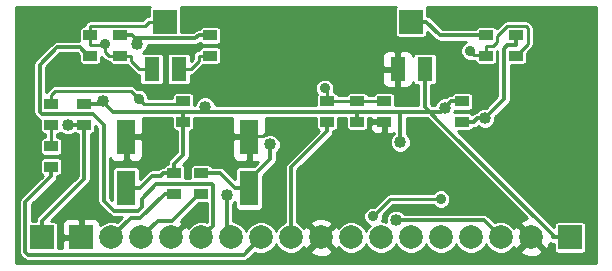
<source format=gbl>
%FSLAX34Y34*%
G04 Gerber Fmt 3.4, Leading zero omitted, Abs format*
G04 (created by PCBNEW (2013-12-24 BZR 4575)-product) date 2014-01-25 4:15:43 PM*
%MOIN*%
G01*
G70*
G90*
G04 APERTURE LIST*
%ADD10C,0.005906*%
%ADD11R,0.078700X0.078700*%
%ADD12R,0.051200X0.078700*%
%ADD13R,0.062900X0.118100*%
%ADD14C,0.078700*%
%ADD15R,0.045000X0.032000*%
%ADD16C,0.040000*%
%ADD17C,0.035000*%
%ADD18C,0.014000*%
%ADD19C,0.012000*%
%ADD20C,0.010000*%
G04 APERTURE END LIST*
G54D10*
G54D11*
X53100Y-46713D03*
G54D12*
X53553Y-48287D03*
X52647Y-48287D03*
G54D11*
X44900Y-46713D03*
G54D12*
X45353Y-48287D03*
X44447Y-48287D03*
G54D13*
X47700Y-50534D03*
X47700Y-52266D03*
X43600Y-52266D03*
X43600Y-50534D03*
G54D11*
X40800Y-53900D03*
X58400Y-53900D03*
X42100Y-53900D03*
G54D14*
X43100Y-53900D03*
X44100Y-53900D03*
X45100Y-53900D03*
X46100Y-53900D03*
X47100Y-53900D03*
X48100Y-53900D03*
X49100Y-53900D03*
X50100Y-53900D03*
X51100Y-53900D03*
X52100Y-53900D03*
X53100Y-53900D03*
X54100Y-53900D03*
X55100Y-53900D03*
X56100Y-53900D03*
X57100Y-53900D03*
G54D15*
X52200Y-50035D03*
X52200Y-49365D03*
X51300Y-49365D03*
X51300Y-50035D03*
X45500Y-49365D03*
X45500Y-50035D03*
X41100Y-50135D03*
X41100Y-49465D03*
X56600Y-47165D03*
X56600Y-47835D03*
X46400Y-47835D03*
X46400Y-47165D03*
X55600Y-47165D03*
X55600Y-47835D03*
X46100Y-52435D03*
X46100Y-51765D03*
X45200Y-52435D03*
X45200Y-51765D03*
X42400Y-47835D03*
X42400Y-47165D03*
X50300Y-50035D03*
X50300Y-49365D03*
X41100Y-50865D03*
X41100Y-51535D03*
X54800Y-49365D03*
X54800Y-50035D03*
X42200Y-49465D03*
X42200Y-50135D03*
X43400Y-47165D03*
X43400Y-47835D03*
G54D16*
X54229Y-49570D03*
X42821Y-49362D03*
X46230Y-49545D03*
X52734Y-50731D03*
X41650Y-50150D03*
X48400Y-50800D03*
X55559Y-49921D03*
X43965Y-47447D03*
G54D17*
X51917Y-46834D03*
X47132Y-51567D03*
X54629Y-51401D03*
X54799Y-48062D03*
X41826Y-48161D03*
X44200Y-51500D03*
X42100Y-52850D03*
X56000Y-51350D03*
X49500Y-52900D03*
X44650Y-49050D03*
X42900Y-47453D03*
X44020Y-49267D03*
X50219Y-48926D03*
X55061Y-47676D03*
G54D16*
X46950Y-52500D03*
G54D17*
X51832Y-53197D03*
X54083Y-52622D03*
G54D16*
X52600Y-53318D03*
G54D18*
X54095Y-49704D02*
X53719Y-49704D01*
X54229Y-49570D02*
X54095Y-49704D01*
X52734Y-49704D02*
X53719Y-49704D01*
X42821Y-49362D02*
X42821Y-49375D01*
X43151Y-49704D02*
X45500Y-49704D01*
X42821Y-49375D02*
X43151Y-49704D01*
X46230Y-49704D02*
X46230Y-49545D01*
X46230Y-49704D02*
X45500Y-49704D01*
X51300Y-49704D02*
X46230Y-49704D01*
X51300Y-49704D02*
X52734Y-49704D01*
X52734Y-49704D02*
X52734Y-50731D01*
X57836Y-53900D02*
X58400Y-53900D01*
X57836Y-53829D02*
X57836Y-53900D01*
X53978Y-49972D02*
X57836Y-53829D01*
X53719Y-49712D02*
X53978Y-49972D01*
X53719Y-49704D02*
X53719Y-49712D01*
X51300Y-50035D02*
X51300Y-50035D01*
X51300Y-50035D02*
X51300Y-49704D01*
X45500Y-50035D02*
X45500Y-49704D01*
X42200Y-49464D02*
X42200Y-49464D01*
X42731Y-49464D02*
X42200Y-49464D01*
X42821Y-49375D02*
X42731Y-49464D01*
X42200Y-49464D02*
X42200Y-49465D01*
X54800Y-49364D02*
X54799Y-49364D01*
X54435Y-49364D02*
X54229Y-49570D01*
X54799Y-49364D02*
X54435Y-49364D01*
X54799Y-49364D02*
X54800Y-49365D01*
X45200Y-51607D02*
X45200Y-51765D01*
X45200Y-51450D02*
X45200Y-51607D01*
X45500Y-51150D02*
X45200Y-51450D01*
X45500Y-50035D02*
X45500Y-51150D01*
X43600Y-52266D02*
X43600Y-52266D01*
X44054Y-52266D02*
X43600Y-52266D01*
X44475Y-51844D02*
X44054Y-52266D01*
X44755Y-51844D02*
X44475Y-51844D01*
X44835Y-51764D02*
X44755Y-51844D01*
X45200Y-51764D02*
X44835Y-51764D01*
X45200Y-51607D02*
X45200Y-51764D01*
X43600Y-52266D02*
X43600Y-52265D01*
X53553Y-48287D02*
X53553Y-48912D01*
X53553Y-49538D02*
X53719Y-49704D01*
X53553Y-48912D02*
X53553Y-49538D01*
X53552Y-48912D02*
X53552Y-48287D01*
X53553Y-48912D02*
X53552Y-48912D01*
X45200Y-52435D02*
X45199Y-52435D01*
X43753Y-53246D02*
X43100Y-53900D01*
X44079Y-53246D02*
X43753Y-53246D01*
X44890Y-52435D02*
X44079Y-53246D01*
X45199Y-52435D02*
X44890Y-52435D01*
X45199Y-52435D02*
X45200Y-52435D01*
X48400Y-51290D02*
X48400Y-50800D01*
X47700Y-51990D02*
X48400Y-51290D01*
X47700Y-52265D02*
X47700Y-51990D01*
X56600Y-47495D02*
X56600Y-47165D01*
X56311Y-47495D02*
X56600Y-47495D01*
X56195Y-47611D02*
X56311Y-47495D01*
X56195Y-49285D02*
X56195Y-47611D01*
X55559Y-49921D02*
X56195Y-49285D01*
X56600Y-47165D02*
X56600Y-47164D01*
X42200Y-51035D02*
X42200Y-50135D01*
X42200Y-51936D02*
X42200Y-51035D01*
X40800Y-53336D02*
X42200Y-51936D01*
X40800Y-53900D02*
X40800Y-53336D01*
X41932Y-50150D02*
X41650Y-50150D01*
X41948Y-50135D02*
X41932Y-50150D01*
X42200Y-50135D02*
X41948Y-50135D01*
X42200Y-51035D02*
X42200Y-50135D01*
X54800Y-50035D02*
X54800Y-50035D01*
X55195Y-50035D02*
X54800Y-50035D01*
X55308Y-49921D02*
X55195Y-50035D01*
X55559Y-49921D02*
X55308Y-49921D01*
X54800Y-50035D02*
X54800Y-50035D01*
X46100Y-51764D02*
X46100Y-51764D01*
X46744Y-51764D02*
X46100Y-51764D01*
X47245Y-52266D02*
X46744Y-51764D01*
X47700Y-52266D02*
X47245Y-52266D01*
X47700Y-52265D02*
X47700Y-52266D01*
X46100Y-51764D02*
X46100Y-51765D01*
X46035Y-52435D02*
X46099Y-52435D01*
X45133Y-53336D02*
X46035Y-52435D01*
X44663Y-53336D02*
X45133Y-53336D01*
X44100Y-53900D02*
X44663Y-53336D01*
X46099Y-52435D02*
X46100Y-52435D01*
X46099Y-52435D02*
X46100Y-52435D01*
G54D19*
X43965Y-47266D02*
X43965Y-47447D01*
X43400Y-47164D02*
X43400Y-47164D01*
X43785Y-47164D02*
X43400Y-47164D01*
X43886Y-47266D02*
X43785Y-47164D01*
X43965Y-47266D02*
X43886Y-47266D01*
X43400Y-47164D02*
X43400Y-47165D01*
X46400Y-47164D02*
X46399Y-47164D01*
X45913Y-47266D02*
X43965Y-47266D01*
X46014Y-47164D02*
X45913Y-47266D01*
X46399Y-47164D02*
X46014Y-47164D01*
X46399Y-47164D02*
X46400Y-47165D01*
X54065Y-47164D02*
X55599Y-47164D01*
X53613Y-46712D02*
X54065Y-47164D01*
X53100Y-46712D02*
X53613Y-46712D01*
X55599Y-47164D02*
X55600Y-47164D01*
X55599Y-47164D02*
X55600Y-47165D01*
G54D20*
X52647Y-48287D02*
X52647Y-47564D01*
X52647Y-47564D02*
X51917Y-46834D01*
X47137Y-51567D02*
X47141Y-51570D01*
X47132Y-51567D02*
X47137Y-51567D01*
X48766Y-50450D02*
X48770Y-50453D01*
X48231Y-50450D02*
X48766Y-50450D01*
X48148Y-50533D02*
X48231Y-50450D01*
X47700Y-50533D02*
X48148Y-50533D01*
X45100Y-53900D02*
X46100Y-52900D01*
X42100Y-53900D02*
X42100Y-52850D01*
X43600Y-50533D02*
X43600Y-50534D01*
X43875Y-51500D02*
X44200Y-51500D01*
X43600Y-51224D02*
X43875Y-51500D01*
X43600Y-50534D02*
X43600Y-51224D01*
G54D19*
X47525Y-54474D02*
X48100Y-53900D01*
X40331Y-54474D02*
X47525Y-54474D01*
X40246Y-54388D02*
X40331Y-54474D01*
X40246Y-52708D02*
X40246Y-54388D01*
X41100Y-51855D02*
X40246Y-52708D01*
X41100Y-51535D02*
X41100Y-51855D01*
X41100Y-51535D02*
X41100Y-51535D01*
G54D20*
X42900Y-47475D02*
X42900Y-47453D01*
X42400Y-47475D02*
X42400Y-47165D01*
X42900Y-47475D02*
X42400Y-47475D01*
X44356Y-46712D02*
X44900Y-46712D01*
X44214Y-46854D02*
X44356Y-46712D01*
X42400Y-46854D02*
X44214Y-46854D01*
X42400Y-47165D02*
X42400Y-46854D01*
X42900Y-47710D02*
X42900Y-47475D01*
X43024Y-47835D02*
X42900Y-47710D01*
X43399Y-47835D02*
X43024Y-47835D01*
X43399Y-47835D02*
X43400Y-47835D01*
X43775Y-47835D02*
X43399Y-47835D01*
X43775Y-48021D02*
X43775Y-47835D01*
X44040Y-48287D02*
X43775Y-48021D01*
X44446Y-48287D02*
X44040Y-48287D01*
X44446Y-48287D02*
X44447Y-48287D01*
X41100Y-50864D02*
X41100Y-50865D01*
X41100Y-50864D02*
X41100Y-50135D01*
X41100Y-50135D02*
X41100Y-50135D01*
X41100Y-49154D02*
X41100Y-49464D01*
X41242Y-49012D02*
X41100Y-49154D01*
X43764Y-49012D02*
X41242Y-49012D01*
X44020Y-49267D02*
X43764Y-49012D01*
X45422Y-49442D02*
X45461Y-49403D01*
X44194Y-49442D02*
X45422Y-49442D01*
X44020Y-49267D02*
X44194Y-49442D01*
X45461Y-49403D02*
X45500Y-49364D01*
X45461Y-49403D02*
X45500Y-49365D01*
X45461Y-49403D02*
X45461Y-49403D01*
X41100Y-49465D02*
X41100Y-49464D01*
X50300Y-49007D02*
X50219Y-48926D01*
X50300Y-49364D02*
X50300Y-49007D01*
X50300Y-49364D02*
X50300Y-49364D01*
X50300Y-49364D02*
X50300Y-49365D01*
X51299Y-49364D02*
X50300Y-49364D01*
X51299Y-49364D02*
X51300Y-49365D01*
X52200Y-49364D02*
X52199Y-49364D01*
X52199Y-49364D02*
X51299Y-49364D01*
X52199Y-49364D02*
X52200Y-49365D01*
X55209Y-47825D02*
X55061Y-47676D01*
X55600Y-47825D02*
X55209Y-47825D01*
X55600Y-47835D02*
X55600Y-47835D01*
X55600Y-47835D02*
X55600Y-47825D01*
X56981Y-47453D02*
X56600Y-47835D01*
X56981Y-46920D02*
X56981Y-47453D01*
X56916Y-46854D02*
X56981Y-46920D01*
X56306Y-46854D02*
X56916Y-46854D01*
X55975Y-47186D02*
X56306Y-46854D01*
X55975Y-47388D02*
X55975Y-47186D01*
X55839Y-47524D02*
X55975Y-47388D01*
X55600Y-47524D02*
X55839Y-47524D01*
X55600Y-47825D02*
X55600Y-47524D01*
X56600Y-47835D02*
X56600Y-47835D01*
X46400Y-47835D02*
X46399Y-47835D01*
X46399Y-47835D02*
X46400Y-47835D01*
X45759Y-48287D02*
X45353Y-48287D01*
X46024Y-48021D02*
X45759Y-48287D01*
X46024Y-47835D02*
X46024Y-48021D01*
X46399Y-47835D02*
X46024Y-47835D01*
X45353Y-48287D02*
X45352Y-48287D01*
G54D19*
X42400Y-47835D02*
X42399Y-47835D01*
X46493Y-53506D02*
X46100Y-53900D01*
X46493Y-52143D02*
X46493Y-53506D01*
X46464Y-52114D02*
X46493Y-52143D01*
X46364Y-52114D02*
X46464Y-52114D01*
X46364Y-52114D02*
X46364Y-52114D01*
X44607Y-52114D02*
X46364Y-52114D01*
X44120Y-52601D02*
X44607Y-52114D01*
X44120Y-52880D02*
X44120Y-52601D01*
X43983Y-53016D02*
X44120Y-52880D01*
X43201Y-53016D02*
X43983Y-53016D01*
X42855Y-52670D02*
X43201Y-53016D01*
X42855Y-50151D02*
X42855Y-52670D01*
X42488Y-49785D02*
X42855Y-50151D01*
X40784Y-49785D02*
X42488Y-49785D01*
X40714Y-49715D02*
X40784Y-49785D01*
X40714Y-48139D02*
X40714Y-49715D01*
X41299Y-47555D02*
X40714Y-48139D01*
X42055Y-47555D02*
X41299Y-47555D01*
X42335Y-47835D02*
X42055Y-47555D01*
X42399Y-47835D02*
X42335Y-47835D01*
X42399Y-47835D02*
X42400Y-47835D01*
X46950Y-53750D02*
X47100Y-53900D01*
X46950Y-52500D02*
X46950Y-53750D01*
G54D20*
X52407Y-52622D02*
X54083Y-52622D01*
X51832Y-53197D02*
X52407Y-52622D01*
G54D19*
X49100Y-51555D02*
X49100Y-53900D01*
X50300Y-50355D02*
X49100Y-51555D01*
X50300Y-50035D02*
X50300Y-50355D01*
X50300Y-50035D02*
X50300Y-50035D01*
X55518Y-53318D02*
X56100Y-53900D01*
X52600Y-53318D02*
X55518Y-53318D01*
G54D10*
G36*
X43462Y-53226D02*
X43295Y-53392D01*
X43208Y-53356D01*
X42992Y-53356D01*
X42792Y-53438D01*
X42743Y-53487D01*
X42743Y-53456D01*
X42705Y-53364D01*
X42635Y-53294D01*
X42543Y-53256D01*
X42212Y-53256D01*
X42150Y-53319D01*
X42150Y-53850D01*
X42157Y-53850D01*
X42157Y-53950D01*
X42150Y-53950D01*
X42150Y-53957D01*
X42050Y-53957D01*
X42050Y-53950D01*
X42050Y-53850D01*
X42050Y-53319D01*
X41987Y-53256D01*
X41656Y-53256D01*
X41564Y-53294D01*
X41494Y-53364D01*
X41456Y-53456D01*
X41456Y-53556D01*
X41456Y-53787D01*
X41519Y-53850D01*
X42050Y-53850D01*
X42050Y-53950D01*
X41519Y-53950D01*
X41456Y-54012D01*
X41456Y-54243D01*
X41456Y-54264D01*
X41343Y-54264D01*
X41343Y-54263D01*
X41343Y-53476D01*
X41320Y-53421D01*
X41278Y-53379D01*
X41223Y-53356D01*
X41163Y-53356D01*
X41090Y-53356D01*
X42355Y-52091D01*
X42355Y-52091D01*
X42403Y-52020D01*
X42419Y-51936D01*
X42420Y-51936D01*
X42420Y-51035D01*
X42420Y-50445D01*
X42454Y-50445D01*
X42509Y-50422D01*
X42552Y-50379D01*
X42575Y-50324D01*
X42575Y-50265D01*
X42575Y-50168D01*
X42645Y-50238D01*
X42645Y-52670D01*
X42661Y-52750D01*
X42707Y-52818D01*
X43053Y-53165D01*
X43121Y-53210D01*
X43201Y-53226D01*
X43462Y-53226D01*
X43462Y-53226D01*
G37*
G54D20*
X43462Y-53226D02*
X43295Y-53392D01*
X43208Y-53356D01*
X42992Y-53356D01*
X42792Y-53438D01*
X42743Y-53487D01*
X42743Y-53456D01*
X42705Y-53364D01*
X42635Y-53294D01*
X42543Y-53256D01*
X42212Y-53256D01*
X42150Y-53319D01*
X42150Y-53850D01*
X42157Y-53850D01*
X42157Y-53950D01*
X42150Y-53950D01*
X42150Y-53957D01*
X42050Y-53957D01*
X42050Y-53950D01*
X42050Y-53850D01*
X42050Y-53319D01*
X41987Y-53256D01*
X41656Y-53256D01*
X41564Y-53294D01*
X41494Y-53364D01*
X41456Y-53456D01*
X41456Y-53556D01*
X41456Y-53787D01*
X41519Y-53850D01*
X42050Y-53850D01*
X42050Y-53950D01*
X41519Y-53950D01*
X41456Y-54012D01*
X41456Y-54243D01*
X41456Y-54264D01*
X41343Y-54264D01*
X41343Y-54263D01*
X41343Y-53476D01*
X41320Y-53421D01*
X41278Y-53379D01*
X41223Y-53356D01*
X41163Y-53356D01*
X41090Y-53356D01*
X42355Y-52091D01*
X42355Y-52091D01*
X42403Y-52020D01*
X42419Y-51936D01*
X42420Y-51936D01*
X42420Y-51035D01*
X42420Y-50445D01*
X42454Y-50445D01*
X42509Y-50422D01*
X42552Y-50379D01*
X42575Y-50324D01*
X42575Y-50265D01*
X42575Y-50168D01*
X42645Y-50238D01*
X42645Y-52670D01*
X42661Y-52750D01*
X42707Y-52818D01*
X43053Y-53165D01*
X43121Y-53210D01*
X43201Y-53226D01*
X43462Y-53226D01*
G54D10*
G36*
X45280Y-51058D02*
X45044Y-51294D01*
X44996Y-51365D01*
X44980Y-51450D01*
X44980Y-51455D01*
X44945Y-51455D01*
X44890Y-51477D01*
X44847Y-51520D01*
X44837Y-51544D01*
X44835Y-51544D01*
X44750Y-51561D01*
X44715Y-51585D01*
X44679Y-51609D01*
X44663Y-51624D01*
X44475Y-51624D01*
X44391Y-51641D01*
X44320Y-51689D01*
X44164Y-51844D01*
X44164Y-51174D01*
X44164Y-50646D01*
X44102Y-50584D01*
X43650Y-50584D01*
X43650Y-51312D01*
X43712Y-51374D01*
X43864Y-51374D01*
X43964Y-51374D01*
X44056Y-51336D01*
X44126Y-51266D01*
X44164Y-51174D01*
X44164Y-51844D01*
X44064Y-51944D01*
X44064Y-51645D01*
X44041Y-51590D01*
X43999Y-51548D01*
X43944Y-51525D01*
X43884Y-51525D01*
X43255Y-51525D01*
X43200Y-51548D01*
X43158Y-51590D01*
X43135Y-51645D01*
X43135Y-51705D01*
X43135Y-52653D01*
X43065Y-52583D01*
X43065Y-51246D01*
X43073Y-51266D01*
X43143Y-51336D01*
X43235Y-51374D01*
X43335Y-51374D01*
X43487Y-51374D01*
X43550Y-51312D01*
X43550Y-50584D01*
X43542Y-50584D01*
X43542Y-50484D01*
X43550Y-50484D01*
X43550Y-50476D01*
X43650Y-50476D01*
X43650Y-50484D01*
X44102Y-50484D01*
X44164Y-50421D01*
X44164Y-49924D01*
X45125Y-49924D01*
X45125Y-50224D01*
X45147Y-50279D01*
X45190Y-50322D01*
X45245Y-50345D01*
X45280Y-50345D01*
X45280Y-51058D01*
X45280Y-51058D01*
G37*
G54D20*
X45280Y-51058D02*
X45044Y-51294D01*
X44996Y-51365D01*
X44980Y-51450D01*
X44980Y-51455D01*
X44945Y-51455D01*
X44890Y-51477D01*
X44847Y-51520D01*
X44837Y-51544D01*
X44835Y-51544D01*
X44750Y-51561D01*
X44715Y-51585D01*
X44679Y-51609D01*
X44663Y-51624D01*
X44475Y-51624D01*
X44391Y-51641D01*
X44320Y-51689D01*
X44164Y-51844D01*
X44164Y-51174D01*
X44164Y-50646D01*
X44102Y-50584D01*
X43650Y-50584D01*
X43650Y-51312D01*
X43712Y-51374D01*
X43864Y-51374D01*
X43964Y-51374D01*
X44056Y-51336D01*
X44126Y-51266D01*
X44164Y-51174D01*
X44164Y-51844D01*
X44064Y-51944D01*
X44064Y-51645D01*
X44041Y-51590D01*
X43999Y-51548D01*
X43944Y-51525D01*
X43884Y-51525D01*
X43255Y-51525D01*
X43200Y-51548D01*
X43158Y-51590D01*
X43135Y-51645D01*
X43135Y-51705D01*
X43135Y-52653D01*
X43065Y-52583D01*
X43065Y-51246D01*
X43073Y-51266D01*
X43143Y-51336D01*
X43235Y-51374D01*
X43335Y-51374D01*
X43487Y-51374D01*
X43550Y-51312D01*
X43550Y-50584D01*
X43542Y-50584D01*
X43542Y-50484D01*
X43550Y-50484D01*
X43550Y-50476D01*
X43650Y-50476D01*
X43650Y-50484D01*
X44102Y-50484D01*
X44164Y-50421D01*
X44164Y-49924D01*
X45125Y-49924D01*
X45125Y-50224D01*
X45147Y-50279D01*
X45190Y-50322D01*
X45245Y-50345D01*
X45280Y-50345D01*
X45280Y-51058D01*
G54D10*
G36*
X46283Y-53387D02*
X46208Y-53356D01*
X45992Y-53356D01*
X45792Y-53438D01*
X45663Y-53567D01*
X45658Y-53555D01*
X45553Y-53517D01*
X45170Y-53900D01*
X45176Y-53905D01*
X45105Y-53976D01*
X45100Y-53970D01*
X45094Y-53976D01*
X45023Y-53905D01*
X45029Y-53900D01*
X45023Y-53894D01*
X45094Y-53823D01*
X45100Y-53829D01*
X45482Y-53446D01*
X45444Y-53341D01*
X45440Y-53340D01*
X46036Y-52745D01*
X46283Y-52745D01*
X46283Y-53387D01*
X46283Y-53387D01*
G37*
G54D20*
X46283Y-53387D02*
X46208Y-53356D01*
X45992Y-53356D01*
X45792Y-53438D01*
X45663Y-53567D01*
X45658Y-53555D01*
X45553Y-53517D01*
X45170Y-53900D01*
X45176Y-53905D01*
X45105Y-53976D01*
X45100Y-53970D01*
X45094Y-53976D01*
X45023Y-53905D01*
X45029Y-53900D01*
X45023Y-53894D01*
X45094Y-53823D01*
X45100Y-53829D01*
X45482Y-53446D01*
X45444Y-53341D01*
X45440Y-53340D01*
X46036Y-52745D01*
X46283Y-52745D01*
X46283Y-53387D01*
G54D10*
G36*
X48004Y-51374D02*
X47853Y-51525D01*
X47650Y-51525D01*
X47650Y-51312D01*
X47650Y-50584D01*
X47198Y-50584D01*
X47135Y-50646D01*
X47135Y-51174D01*
X47173Y-51266D01*
X47243Y-51336D01*
X47335Y-51374D01*
X47435Y-51374D01*
X47587Y-51374D01*
X47650Y-51312D01*
X47650Y-51525D01*
X47355Y-51525D01*
X47300Y-51548D01*
X47258Y-51590D01*
X47235Y-51645D01*
X47235Y-51705D01*
X47235Y-51944D01*
X46900Y-51609D01*
X46828Y-51561D01*
X46744Y-51544D01*
X46462Y-51544D01*
X46452Y-51520D01*
X46409Y-51477D01*
X46354Y-51455D01*
X46295Y-51455D01*
X45845Y-51455D01*
X45790Y-51477D01*
X45747Y-51520D01*
X45725Y-51575D01*
X45725Y-51634D01*
X45725Y-51904D01*
X45575Y-51904D01*
X45575Y-51895D01*
X45575Y-51575D01*
X45552Y-51520D01*
X45509Y-51477D01*
X45491Y-51470D01*
X45655Y-51305D01*
X45703Y-51234D01*
X45703Y-51234D01*
X45720Y-51150D01*
X45720Y-50345D01*
X45754Y-50345D01*
X45809Y-50322D01*
X45852Y-50279D01*
X45875Y-50224D01*
X45875Y-50165D01*
X45875Y-49924D01*
X46230Y-49924D01*
X47135Y-49924D01*
X47135Y-50421D01*
X47198Y-50484D01*
X47650Y-50484D01*
X47650Y-50476D01*
X47750Y-50476D01*
X47750Y-50484D01*
X47757Y-50484D01*
X47757Y-50584D01*
X47750Y-50584D01*
X47750Y-51312D01*
X47812Y-51374D01*
X47964Y-51374D01*
X48004Y-51374D01*
X48004Y-51374D01*
G37*
G54D20*
X48004Y-51374D02*
X47853Y-51525D01*
X47650Y-51525D01*
X47650Y-51312D01*
X47650Y-50584D01*
X47198Y-50584D01*
X47135Y-50646D01*
X47135Y-51174D01*
X47173Y-51266D01*
X47243Y-51336D01*
X47335Y-51374D01*
X47435Y-51374D01*
X47587Y-51374D01*
X47650Y-51312D01*
X47650Y-51525D01*
X47355Y-51525D01*
X47300Y-51548D01*
X47258Y-51590D01*
X47235Y-51645D01*
X47235Y-51705D01*
X47235Y-51944D01*
X46900Y-51609D01*
X46828Y-51561D01*
X46744Y-51544D01*
X46462Y-51544D01*
X46452Y-51520D01*
X46409Y-51477D01*
X46354Y-51455D01*
X46295Y-51455D01*
X45845Y-51455D01*
X45790Y-51477D01*
X45747Y-51520D01*
X45725Y-51575D01*
X45725Y-51634D01*
X45725Y-51904D01*
X45575Y-51904D01*
X45575Y-51895D01*
X45575Y-51575D01*
X45552Y-51520D01*
X45509Y-51477D01*
X45491Y-51470D01*
X45655Y-51305D01*
X45703Y-51234D01*
X45703Y-51234D01*
X45720Y-51150D01*
X45720Y-50345D01*
X45754Y-50345D01*
X45809Y-50322D01*
X45852Y-50279D01*
X45875Y-50224D01*
X45875Y-50165D01*
X45875Y-49924D01*
X46230Y-49924D01*
X47135Y-49924D01*
X47135Y-50421D01*
X47198Y-50484D01*
X47650Y-50484D01*
X47650Y-50476D01*
X47750Y-50476D01*
X47750Y-50484D01*
X47757Y-50484D01*
X47757Y-50584D01*
X47750Y-50584D01*
X47750Y-51312D01*
X47812Y-51374D01*
X47964Y-51374D01*
X48004Y-51374D01*
G54D10*
G36*
X50022Y-50335D02*
X48951Y-51406D01*
X48905Y-51474D01*
X48890Y-51555D01*
X48890Y-53398D01*
X48792Y-53438D01*
X48639Y-53591D01*
X48600Y-53686D01*
X48561Y-53592D01*
X48408Y-53439D01*
X48208Y-53356D01*
X47992Y-53356D01*
X47792Y-53438D01*
X47639Y-53591D01*
X47600Y-53686D01*
X47561Y-53592D01*
X47408Y-53439D01*
X47208Y-53356D01*
X47160Y-53356D01*
X47160Y-52784D01*
X47235Y-52709D01*
X47235Y-52886D01*
X47258Y-52941D01*
X47300Y-52983D01*
X47355Y-53006D01*
X47415Y-53006D01*
X48044Y-53006D01*
X48099Y-52983D01*
X48141Y-52941D01*
X48164Y-52886D01*
X48164Y-52826D01*
X48164Y-51836D01*
X48555Y-51445D01*
X48603Y-51374D01*
X48603Y-51374D01*
X48620Y-51290D01*
X48620Y-51074D01*
X48696Y-50998D01*
X48749Y-50869D01*
X48750Y-50730D01*
X48696Y-50602D01*
X48598Y-50503D01*
X48469Y-50450D01*
X48330Y-50449D01*
X48248Y-50483D01*
X48202Y-50483D01*
X48264Y-50421D01*
X48264Y-49924D01*
X49925Y-49924D01*
X49925Y-50224D01*
X49947Y-50279D01*
X49990Y-50322D01*
X50022Y-50335D01*
X50022Y-50335D01*
G37*
G54D20*
X50022Y-50335D02*
X48951Y-51406D01*
X48905Y-51474D01*
X48890Y-51555D01*
X48890Y-53398D01*
X48792Y-53438D01*
X48639Y-53591D01*
X48600Y-53686D01*
X48561Y-53592D01*
X48408Y-53439D01*
X48208Y-53356D01*
X47992Y-53356D01*
X47792Y-53438D01*
X47639Y-53591D01*
X47600Y-53686D01*
X47561Y-53592D01*
X47408Y-53439D01*
X47208Y-53356D01*
X47160Y-53356D01*
X47160Y-52784D01*
X47235Y-52709D01*
X47235Y-52886D01*
X47258Y-52941D01*
X47300Y-52983D01*
X47355Y-53006D01*
X47415Y-53006D01*
X48044Y-53006D01*
X48099Y-52983D01*
X48141Y-52941D01*
X48164Y-52886D01*
X48164Y-52826D01*
X48164Y-51836D01*
X48555Y-51445D01*
X48603Y-51374D01*
X48603Y-51374D01*
X48620Y-51290D01*
X48620Y-51074D01*
X48696Y-50998D01*
X48749Y-50869D01*
X48750Y-50730D01*
X48696Y-50602D01*
X48598Y-50503D01*
X48469Y-50450D01*
X48330Y-50449D01*
X48248Y-50483D01*
X48202Y-50483D01*
X48264Y-50421D01*
X48264Y-49924D01*
X49925Y-49924D01*
X49925Y-50224D01*
X49947Y-50279D01*
X49990Y-50322D01*
X50022Y-50335D01*
G54D10*
G36*
X55975Y-49194D02*
X55597Y-49571D01*
X55489Y-49571D01*
X55361Y-49624D01*
X55278Y-49707D01*
X55265Y-49710D01*
X55224Y-49718D01*
X55223Y-49718D01*
X55223Y-49718D01*
X55188Y-49742D01*
X55152Y-49766D01*
X55152Y-49766D01*
X55152Y-49766D01*
X55140Y-49778D01*
X55109Y-49747D01*
X55054Y-49725D01*
X54995Y-49725D01*
X54545Y-49725D01*
X54544Y-49725D01*
X54565Y-49675D01*
X54604Y-49675D01*
X55054Y-49675D01*
X55109Y-49652D01*
X55152Y-49609D01*
X55175Y-49554D01*
X55175Y-49495D01*
X55175Y-49175D01*
X55152Y-49120D01*
X55109Y-49077D01*
X55054Y-49055D01*
X54995Y-49055D01*
X54545Y-49055D01*
X54490Y-49077D01*
X54447Y-49120D01*
X54437Y-49144D01*
X54435Y-49144D01*
X54350Y-49161D01*
X54279Y-49209D01*
X54268Y-49220D01*
X54160Y-49220D01*
X54031Y-49273D01*
X53933Y-49371D01*
X53886Y-49484D01*
X53810Y-49484D01*
X53773Y-49447D01*
X53773Y-48912D01*
X53773Y-48830D01*
X53838Y-48830D01*
X53893Y-48807D01*
X53936Y-48765D01*
X53959Y-48710D01*
X53959Y-48650D01*
X53959Y-47863D01*
X53936Y-47808D01*
X53893Y-47766D01*
X53838Y-47743D01*
X53779Y-47743D01*
X53267Y-47743D01*
X53212Y-47766D01*
X53169Y-47808D01*
X53153Y-47849D01*
X53153Y-47843D01*
X53114Y-47751D01*
X53044Y-47681D01*
X52952Y-47643D01*
X52759Y-47643D01*
X52697Y-47706D01*
X52697Y-48237D01*
X52704Y-48237D01*
X52704Y-48337D01*
X52697Y-48337D01*
X52697Y-48868D01*
X52759Y-48930D01*
X52952Y-48930D01*
X53044Y-48892D01*
X53114Y-48822D01*
X53153Y-48730D01*
X53153Y-48724D01*
X53169Y-48765D01*
X53212Y-48807D01*
X53267Y-48830D01*
X53326Y-48830D01*
X53332Y-48830D01*
X53332Y-48912D01*
X53333Y-48913D01*
X53333Y-49484D01*
X52734Y-49484D01*
X52597Y-49484D01*
X52597Y-48868D01*
X52597Y-48337D01*
X52597Y-48237D01*
X52597Y-47706D01*
X52534Y-47643D01*
X52341Y-47643D01*
X52249Y-47681D01*
X52179Y-47751D01*
X52141Y-47843D01*
X52141Y-47943D01*
X52141Y-48174D01*
X52203Y-48237D01*
X52597Y-48237D01*
X52597Y-48337D01*
X52203Y-48337D01*
X52141Y-48399D01*
X52141Y-48630D01*
X52141Y-48730D01*
X52179Y-48822D01*
X52249Y-48892D01*
X52341Y-48930D01*
X52534Y-48930D01*
X52597Y-48868D01*
X52597Y-49484D01*
X52575Y-49484D01*
X52575Y-49175D01*
X52552Y-49120D01*
X52509Y-49077D01*
X52454Y-49055D01*
X52395Y-49055D01*
X51945Y-49055D01*
X51890Y-49077D01*
X51847Y-49120D01*
X51829Y-49164D01*
X51670Y-49164D01*
X51652Y-49120D01*
X51609Y-49077D01*
X51554Y-49055D01*
X51495Y-49055D01*
X51045Y-49055D01*
X50990Y-49077D01*
X50947Y-49120D01*
X50929Y-49164D01*
X50670Y-49164D01*
X50652Y-49120D01*
X50609Y-49077D01*
X50554Y-49055D01*
X50517Y-49055D01*
X50544Y-48991D01*
X50544Y-48862D01*
X50494Y-48742D01*
X50403Y-48651D01*
X50284Y-48601D01*
X50154Y-48601D01*
X50035Y-48650D01*
X49943Y-48742D01*
X49894Y-48861D01*
X49894Y-48990D01*
X49943Y-49110D01*
X49950Y-49117D01*
X49947Y-49120D01*
X49925Y-49175D01*
X49925Y-49234D01*
X49925Y-49484D01*
X46775Y-49484D01*
X46775Y-48024D01*
X46775Y-47965D01*
X46775Y-47645D01*
X46752Y-47590D01*
X46709Y-47547D01*
X46654Y-47525D01*
X46595Y-47525D01*
X46145Y-47525D01*
X46090Y-47547D01*
X46047Y-47590D01*
X46029Y-47635D01*
X46024Y-47635D01*
X45948Y-47650D01*
X45883Y-47693D01*
X45840Y-47758D01*
X45824Y-47835D01*
X45824Y-47938D01*
X45759Y-48004D01*
X45759Y-47863D01*
X45736Y-47808D01*
X45693Y-47766D01*
X45638Y-47743D01*
X45579Y-47743D01*
X45067Y-47743D01*
X45012Y-47766D01*
X44969Y-47808D01*
X44947Y-47863D01*
X44947Y-47923D01*
X44947Y-48710D01*
X44969Y-48765D01*
X45012Y-48807D01*
X45067Y-48830D01*
X45126Y-48830D01*
X45638Y-48830D01*
X45693Y-48807D01*
X45736Y-48765D01*
X45759Y-48710D01*
X45759Y-48650D01*
X45759Y-48487D01*
X45759Y-48487D01*
X45835Y-48471D01*
X45900Y-48428D01*
X46166Y-48162D01*
X46178Y-48145D01*
X46204Y-48145D01*
X46654Y-48145D01*
X46709Y-48122D01*
X46752Y-48079D01*
X46775Y-48024D01*
X46775Y-49484D01*
X46580Y-49484D01*
X46580Y-49475D01*
X46527Y-49347D01*
X46429Y-49248D01*
X46300Y-49195D01*
X46161Y-49195D01*
X46032Y-49248D01*
X45934Y-49346D01*
X45880Y-49475D01*
X45880Y-49484D01*
X45875Y-49484D01*
X45875Y-49175D01*
X45852Y-49120D01*
X45809Y-49077D01*
X45754Y-49055D01*
X45695Y-49055D01*
X45245Y-49055D01*
X45190Y-49077D01*
X45147Y-49120D01*
X45125Y-49175D01*
X45125Y-49234D01*
X45125Y-49242D01*
X44345Y-49242D01*
X44345Y-49203D01*
X44295Y-49083D01*
X44204Y-48992D01*
X44085Y-48942D01*
X43977Y-48942D01*
X43905Y-48870D01*
X43841Y-48827D01*
X43764Y-48812D01*
X41242Y-48812D01*
X41178Y-48824D01*
X41165Y-48827D01*
X41101Y-48870D01*
X40958Y-49013D01*
X40924Y-49063D01*
X40924Y-48226D01*
X41386Y-47765D01*
X41968Y-47765D01*
X42025Y-47821D01*
X42025Y-48024D01*
X42047Y-48079D01*
X42090Y-48122D01*
X42145Y-48145D01*
X42204Y-48145D01*
X42654Y-48145D01*
X42709Y-48122D01*
X42752Y-48079D01*
X42775Y-48024D01*
X42775Y-47965D01*
X42775Y-47868D01*
X42883Y-47976D01*
X42948Y-48019D01*
X43024Y-48035D01*
X43029Y-48035D01*
X43047Y-48079D01*
X43090Y-48122D01*
X43145Y-48145D01*
X43204Y-48145D01*
X43621Y-48145D01*
X43633Y-48162D01*
X43899Y-48428D01*
X43964Y-48471D01*
X43964Y-48471D01*
X44040Y-48487D01*
X44041Y-48487D01*
X44041Y-48710D01*
X44063Y-48765D01*
X44106Y-48807D01*
X44161Y-48830D01*
X44220Y-48830D01*
X44732Y-48830D01*
X44787Y-48807D01*
X44830Y-48765D01*
X44853Y-48710D01*
X44853Y-48650D01*
X44853Y-47863D01*
X44830Y-47808D01*
X44787Y-47766D01*
X44732Y-47743D01*
X44673Y-47743D01*
X44164Y-47743D01*
X44262Y-47645D01*
X44315Y-47517D01*
X44315Y-47476D01*
X45913Y-47476D01*
X45993Y-47460D01*
X46056Y-47418D01*
X46090Y-47452D01*
X46145Y-47475D01*
X46204Y-47475D01*
X46654Y-47475D01*
X46709Y-47452D01*
X46752Y-47409D01*
X46775Y-47354D01*
X46775Y-47295D01*
X46775Y-46975D01*
X46752Y-46920D01*
X46709Y-46877D01*
X46654Y-46855D01*
X46595Y-46855D01*
X46145Y-46855D01*
X46090Y-46877D01*
X46047Y-46920D01*
X46033Y-46954D01*
X46014Y-46954D01*
X45934Y-46970D01*
X45866Y-47016D01*
X45826Y-47056D01*
X45443Y-47056D01*
X45443Y-46289D01*
X45420Y-46234D01*
X45418Y-46232D01*
X52581Y-46232D01*
X52579Y-46234D01*
X52556Y-46289D01*
X52556Y-46349D01*
X52556Y-47136D01*
X52579Y-47191D01*
X52621Y-47233D01*
X52676Y-47256D01*
X52736Y-47256D01*
X53523Y-47256D01*
X53578Y-47233D01*
X53620Y-47191D01*
X53643Y-47136D01*
X53643Y-47076D01*
X53643Y-47040D01*
X53916Y-47313D01*
X53984Y-47358D01*
X54065Y-47374D01*
X54940Y-47374D01*
X54877Y-47401D01*
X54786Y-47492D01*
X54736Y-47611D01*
X54736Y-47741D01*
X54785Y-47860D01*
X54877Y-47952D01*
X54996Y-48001D01*
X55120Y-48001D01*
X55132Y-48009D01*
X55132Y-48009D01*
X55132Y-48009D01*
X55171Y-48017D01*
X55209Y-48025D01*
X55209Y-48025D01*
X55209Y-48025D01*
X55225Y-48025D01*
X55247Y-48079D01*
X55290Y-48122D01*
X55345Y-48145D01*
X55404Y-48145D01*
X55854Y-48145D01*
X55909Y-48122D01*
X55952Y-48079D01*
X55975Y-48024D01*
X55975Y-47965D01*
X55975Y-47670D01*
X55975Y-47669D01*
X55975Y-49194D01*
X55975Y-49194D01*
G37*
G54D20*
X55975Y-49194D02*
X55597Y-49571D01*
X55489Y-49571D01*
X55361Y-49624D01*
X55278Y-49707D01*
X55265Y-49710D01*
X55224Y-49718D01*
X55223Y-49718D01*
X55223Y-49718D01*
X55188Y-49742D01*
X55152Y-49766D01*
X55152Y-49766D01*
X55152Y-49766D01*
X55140Y-49778D01*
X55109Y-49747D01*
X55054Y-49725D01*
X54995Y-49725D01*
X54545Y-49725D01*
X54544Y-49725D01*
X54565Y-49675D01*
X54604Y-49675D01*
X55054Y-49675D01*
X55109Y-49652D01*
X55152Y-49609D01*
X55175Y-49554D01*
X55175Y-49495D01*
X55175Y-49175D01*
X55152Y-49120D01*
X55109Y-49077D01*
X55054Y-49055D01*
X54995Y-49055D01*
X54545Y-49055D01*
X54490Y-49077D01*
X54447Y-49120D01*
X54437Y-49144D01*
X54435Y-49144D01*
X54350Y-49161D01*
X54279Y-49209D01*
X54268Y-49220D01*
X54160Y-49220D01*
X54031Y-49273D01*
X53933Y-49371D01*
X53886Y-49484D01*
X53810Y-49484D01*
X53773Y-49447D01*
X53773Y-48912D01*
X53773Y-48830D01*
X53838Y-48830D01*
X53893Y-48807D01*
X53936Y-48765D01*
X53959Y-48710D01*
X53959Y-48650D01*
X53959Y-47863D01*
X53936Y-47808D01*
X53893Y-47766D01*
X53838Y-47743D01*
X53779Y-47743D01*
X53267Y-47743D01*
X53212Y-47766D01*
X53169Y-47808D01*
X53153Y-47849D01*
X53153Y-47843D01*
X53114Y-47751D01*
X53044Y-47681D01*
X52952Y-47643D01*
X52759Y-47643D01*
X52697Y-47706D01*
X52697Y-48237D01*
X52704Y-48237D01*
X52704Y-48337D01*
X52697Y-48337D01*
X52697Y-48868D01*
X52759Y-48930D01*
X52952Y-48930D01*
X53044Y-48892D01*
X53114Y-48822D01*
X53153Y-48730D01*
X53153Y-48724D01*
X53169Y-48765D01*
X53212Y-48807D01*
X53267Y-48830D01*
X53326Y-48830D01*
X53332Y-48830D01*
X53332Y-48912D01*
X53333Y-48913D01*
X53333Y-49484D01*
X52734Y-49484D01*
X52597Y-49484D01*
X52597Y-48868D01*
X52597Y-48337D01*
X52597Y-48237D01*
X52597Y-47706D01*
X52534Y-47643D01*
X52341Y-47643D01*
X52249Y-47681D01*
X52179Y-47751D01*
X52141Y-47843D01*
X52141Y-47943D01*
X52141Y-48174D01*
X52203Y-48237D01*
X52597Y-48237D01*
X52597Y-48337D01*
X52203Y-48337D01*
X52141Y-48399D01*
X52141Y-48630D01*
X52141Y-48730D01*
X52179Y-48822D01*
X52249Y-48892D01*
X52341Y-48930D01*
X52534Y-48930D01*
X52597Y-48868D01*
X52597Y-49484D01*
X52575Y-49484D01*
X52575Y-49175D01*
X52552Y-49120D01*
X52509Y-49077D01*
X52454Y-49055D01*
X52395Y-49055D01*
X51945Y-49055D01*
X51890Y-49077D01*
X51847Y-49120D01*
X51829Y-49164D01*
X51670Y-49164D01*
X51652Y-49120D01*
X51609Y-49077D01*
X51554Y-49055D01*
X51495Y-49055D01*
X51045Y-49055D01*
X50990Y-49077D01*
X50947Y-49120D01*
X50929Y-49164D01*
X50670Y-49164D01*
X50652Y-49120D01*
X50609Y-49077D01*
X50554Y-49055D01*
X50517Y-49055D01*
X50544Y-48991D01*
X50544Y-48862D01*
X50494Y-48742D01*
X50403Y-48651D01*
X50284Y-48601D01*
X50154Y-48601D01*
X50035Y-48650D01*
X49943Y-48742D01*
X49894Y-48861D01*
X49894Y-48990D01*
X49943Y-49110D01*
X49950Y-49117D01*
X49947Y-49120D01*
X49925Y-49175D01*
X49925Y-49234D01*
X49925Y-49484D01*
X46775Y-49484D01*
X46775Y-48024D01*
X46775Y-47965D01*
X46775Y-47645D01*
X46752Y-47590D01*
X46709Y-47547D01*
X46654Y-47525D01*
X46595Y-47525D01*
X46145Y-47525D01*
X46090Y-47547D01*
X46047Y-47590D01*
X46029Y-47635D01*
X46024Y-47635D01*
X45948Y-47650D01*
X45883Y-47693D01*
X45840Y-47758D01*
X45824Y-47835D01*
X45824Y-47938D01*
X45759Y-48004D01*
X45759Y-47863D01*
X45736Y-47808D01*
X45693Y-47766D01*
X45638Y-47743D01*
X45579Y-47743D01*
X45067Y-47743D01*
X45012Y-47766D01*
X44969Y-47808D01*
X44947Y-47863D01*
X44947Y-47923D01*
X44947Y-48710D01*
X44969Y-48765D01*
X45012Y-48807D01*
X45067Y-48830D01*
X45126Y-48830D01*
X45638Y-48830D01*
X45693Y-48807D01*
X45736Y-48765D01*
X45759Y-48710D01*
X45759Y-48650D01*
X45759Y-48487D01*
X45759Y-48487D01*
X45835Y-48471D01*
X45900Y-48428D01*
X46166Y-48162D01*
X46178Y-48145D01*
X46204Y-48145D01*
X46654Y-48145D01*
X46709Y-48122D01*
X46752Y-48079D01*
X46775Y-48024D01*
X46775Y-49484D01*
X46580Y-49484D01*
X46580Y-49475D01*
X46527Y-49347D01*
X46429Y-49248D01*
X46300Y-49195D01*
X46161Y-49195D01*
X46032Y-49248D01*
X45934Y-49346D01*
X45880Y-49475D01*
X45880Y-49484D01*
X45875Y-49484D01*
X45875Y-49175D01*
X45852Y-49120D01*
X45809Y-49077D01*
X45754Y-49055D01*
X45695Y-49055D01*
X45245Y-49055D01*
X45190Y-49077D01*
X45147Y-49120D01*
X45125Y-49175D01*
X45125Y-49234D01*
X45125Y-49242D01*
X44345Y-49242D01*
X44345Y-49203D01*
X44295Y-49083D01*
X44204Y-48992D01*
X44085Y-48942D01*
X43977Y-48942D01*
X43905Y-48870D01*
X43841Y-48827D01*
X43764Y-48812D01*
X41242Y-48812D01*
X41178Y-48824D01*
X41165Y-48827D01*
X41101Y-48870D01*
X40958Y-49013D01*
X40924Y-49063D01*
X40924Y-48226D01*
X41386Y-47765D01*
X41968Y-47765D01*
X42025Y-47821D01*
X42025Y-48024D01*
X42047Y-48079D01*
X42090Y-48122D01*
X42145Y-48145D01*
X42204Y-48145D01*
X42654Y-48145D01*
X42709Y-48122D01*
X42752Y-48079D01*
X42775Y-48024D01*
X42775Y-47965D01*
X42775Y-47868D01*
X42883Y-47976D01*
X42948Y-48019D01*
X43024Y-48035D01*
X43029Y-48035D01*
X43047Y-48079D01*
X43090Y-48122D01*
X43145Y-48145D01*
X43204Y-48145D01*
X43621Y-48145D01*
X43633Y-48162D01*
X43899Y-48428D01*
X43964Y-48471D01*
X43964Y-48471D01*
X44040Y-48487D01*
X44041Y-48487D01*
X44041Y-48710D01*
X44063Y-48765D01*
X44106Y-48807D01*
X44161Y-48830D01*
X44220Y-48830D01*
X44732Y-48830D01*
X44787Y-48807D01*
X44830Y-48765D01*
X44853Y-48710D01*
X44853Y-48650D01*
X44853Y-47863D01*
X44830Y-47808D01*
X44787Y-47766D01*
X44732Y-47743D01*
X44673Y-47743D01*
X44164Y-47743D01*
X44262Y-47645D01*
X44315Y-47517D01*
X44315Y-47476D01*
X45913Y-47476D01*
X45993Y-47460D01*
X46056Y-47418D01*
X46090Y-47452D01*
X46145Y-47475D01*
X46204Y-47475D01*
X46654Y-47475D01*
X46709Y-47452D01*
X46752Y-47409D01*
X46775Y-47354D01*
X46775Y-47295D01*
X46775Y-46975D01*
X46752Y-46920D01*
X46709Y-46877D01*
X46654Y-46855D01*
X46595Y-46855D01*
X46145Y-46855D01*
X46090Y-46877D01*
X46047Y-46920D01*
X46033Y-46954D01*
X46014Y-46954D01*
X45934Y-46970D01*
X45866Y-47016D01*
X45826Y-47056D01*
X45443Y-47056D01*
X45443Y-46289D01*
X45420Y-46234D01*
X45418Y-46232D01*
X52581Y-46232D01*
X52579Y-46234D01*
X52556Y-46289D01*
X52556Y-46349D01*
X52556Y-47136D01*
X52579Y-47191D01*
X52621Y-47233D01*
X52676Y-47256D01*
X52736Y-47256D01*
X53523Y-47256D01*
X53578Y-47233D01*
X53620Y-47191D01*
X53643Y-47136D01*
X53643Y-47076D01*
X53643Y-47040D01*
X53916Y-47313D01*
X53984Y-47358D01*
X54065Y-47374D01*
X54940Y-47374D01*
X54877Y-47401D01*
X54786Y-47492D01*
X54736Y-47611D01*
X54736Y-47741D01*
X54785Y-47860D01*
X54877Y-47952D01*
X54996Y-48001D01*
X55120Y-48001D01*
X55132Y-48009D01*
X55132Y-48009D01*
X55132Y-48009D01*
X55171Y-48017D01*
X55209Y-48025D01*
X55209Y-48025D01*
X55209Y-48025D01*
X55225Y-48025D01*
X55247Y-48079D01*
X55290Y-48122D01*
X55345Y-48145D01*
X55404Y-48145D01*
X55854Y-48145D01*
X55909Y-48122D01*
X55952Y-48079D01*
X55975Y-48024D01*
X55975Y-47965D01*
X55975Y-47670D01*
X55975Y-47669D01*
X55975Y-49194D01*
G54D10*
G36*
X59279Y-54751D02*
X57482Y-54751D01*
X57482Y-54353D01*
X57100Y-53970D01*
X57029Y-54041D01*
X57029Y-53900D01*
X56646Y-53517D01*
X56541Y-53555D01*
X56536Y-53568D01*
X56408Y-53439D01*
X56208Y-53356D01*
X55992Y-53356D01*
X55894Y-53397D01*
X55667Y-53170D01*
X55599Y-53124D01*
X55518Y-53108D01*
X52884Y-53108D01*
X52798Y-53022D01*
X52669Y-52968D01*
X52530Y-52968D01*
X52402Y-53022D01*
X52303Y-53120D01*
X52250Y-53248D01*
X52249Y-53373D01*
X52208Y-53356D01*
X52118Y-53356D01*
X52157Y-53262D01*
X52157Y-53155D01*
X52489Y-52822D01*
X53824Y-52822D01*
X53899Y-52898D01*
X54018Y-52947D01*
X54148Y-52947D01*
X54267Y-52898D01*
X54359Y-52807D01*
X54408Y-52687D01*
X54408Y-52558D01*
X54359Y-52438D01*
X54268Y-52347D01*
X54148Y-52297D01*
X54019Y-52297D01*
X53900Y-52347D01*
X53824Y-52422D01*
X52407Y-52422D01*
X52330Y-52438D01*
X52265Y-52481D01*
X52150Y-52597D01*
X52150Y-50382D01*
X52150Y-50085D01*
X51787Y-50085D01*
X51725Y-50147D01*
X51725Y-50244D01*
X51763Y-50336D01*
X51833Y-50406D01*
X51925Y-50445D01*
X52024Y-50445D01*
X52087Y-50445D01*
X52150Y-50382D01*
X52150Y-52597D01*
X51874Y-52872D01*
X51768Y-52872D01*
X51648Y-52921D01*
X51557Y-53012D01*
X51507Y-53132D01*
X51507Y-53261D01*
X51556Y-53381D01*
X51648Y-53472D01*
X51726Y-53505D01*
X51639Y-53591D01*
X51600Y-53686D01*
X51561Y-53592D01*
X51408Y-53439D01*
X51208Y-53356D01*
X50992Y-53356D01*
X50792Y-53438D01*
X50663Y-53567D01*
X50658Y-53555D01*
X50553Y-53517D01*
X50482Y-53587D01*
X50482Y-53446D01*
X50444Y-53341D01*
X50204Y-53252D01*
X49948Y-53261D01*
X49755Y-53341D01*
X49717Y-53446D01*
X50100Y-53829D01*
X50482Y-53446D01*
X50482Y-53587D01*
X50170Y-53900D01*
X50553Y-54282D01*
X50658Y-54244D01*
X50663Y-54231D01*
X50791Y-54360D01*
X50991Y-54443D01*
X51207Y-54443D01*
X51407Y-54361D01*
X51560Y-54208D01*
X51599Y-54113D01*
X51638Y-54207D01*
X51791Y-54360D01*
X51991Y-54443D01*
X52207Y-54443D01*
X52407Y-54361D01*
X52560Y-54208D01*
X52599Y-54113D01*
X52638Y-54207D01*
X52791Y-54360D01*
X52991Y-54443D01*
X53207Y-54443D01*
X53407Y-54361D01*
X53560Y-54208D01*
X53599Y-54113D01*
X53638Y-54207D01*
X53791Y-54360D01*
X53991Y-54443D01*
X54207Y-54443D01*
X54407Y-54361D01*
X54560Y-54208D01*
X54599Y-54113D01*
X54638Y-54207D01*
X54791Y-54360D01*
X54991Y-54443D01*
X55207Y-54443D01*
X55407Y-54361D01*
X55560Y-54208D01*
X55599Y-54113D01*
X55638Y-54207D01*
X55791Y-54360D01*
X55991Y-54443D01*
X56207Y-54443D01*
X56407Y-54361D01*
X56536Y-54232D01*
X56541Y-54244D01*
X56646Y-54282D01*
X57029Y-53900D01*
X57029Y-54041D01*
X56717Y-54353D01*
X56755Y-54458D01*
X56995Y-54547D01*
X57251Y-54538D01*
X57444Y-54458D01*
X57482Y-54353D01*
X57482Y-54751D01*
X50482Y-54751D01*
X50482Y-54353D01*
X50100Y-53970D01*
X49717Y-54353D01*
X49755Y-54458D01*
X49995Y-54547D01*
X50251Y-54538D01*
X50444Y-54458D01*
X50482Y-54353D01*
X50482Y-54751D01*
X39933Y-54751D01*
X39933Y-46232D01*
X44381Y-46232D01*
X44379Y-46234D01*
X44356Y-46289D01*
X44356Y-46349D01*
X44356Y-46512D01*
X44356Y-46512D01*
X44279Y-46528D01*
X44214Y-46571D01*
X44131Y-46654D01*
X42400Y-46654D01*
X42323Y-46669D01*
X42258Y-46713D01*
X42215Y-46778D01*
X42200Y-46854D01*
X42200Y-46855D01*
X42145Y-46855D01*
X42090Y-46877D01*
X42047Y-46920D01*
X42025Y-46975D01*
X42025Y-47034D01*
X42025Y-47345D01*
X41299Y-47345D01*
X41218Y-47361D01*
X41150Y-47406D01*
X40566Y-47990D01*
X40520Y-48059D01*
X40504Y-48139D01*
X40504Y-49715D01*
X40520Y-49795D01*
X40566Y-49863D01*
X40636Y-49933D01*
X40704Y-49979D01*
X40725Y-49983D01*
X40725Y-50004D01*
X40725Y-50324D01*
X40747Y-50379D01*
X40790Y-50422D01*
X40845Y-50445D01*
X40900Y-50445D01*
X40900Y-50555D01*
X40845Y-50555D01*
X40790Y-50577D01*
X40747Y-50620D01*
X40725Y-50675D01*
X40725Y-50734D01*
X40725Y-51054D01*
X40747Y-51109D01*
X40790Y-51152D01*
X40845Y-51175D01*
X40904Y-51175D01*
X41354Y-51175D01*
X41409Y-51152D01*
X41452Y-51109D01*
X41475Y-51054D01*
X41475Y-50995D01*
X41475Y-50675D01*
X41452Y-50620D01*
X41409Y-50577D01*
X41354Y-50555D01*
X41300Y-50555D01*
X41300Y-50445D01*
X41354Y-50445D01*
X41409Y-50422D01*
X41418Y-50413D01*
X41451Y-50446D01*
X41580Y-50499D01*
X41719Y-50500D01*
X41848Y-50446D01*
X41881Y-50413D01*
X41890Y-50422D01*
X41945Y-50445D01*
X41980Y-50445D01*
X41980Y-51035D01*
X41980Y-51845D01*
X40644Y-53180D01*
X40596Y-53252D01*
X40580Y-53336D01*
X40580Y-53356D01*
X40456Y-53356D01*
X40456Y-52795D01*
X41248Y-52003D01*
X41294Y-51935D01*
X41310Y-51855D01*
X41310Y-51845D01*
X41354Y-51845D01*
X41409Y-51822D01*
X41452Y-51779D01*
X41475Y-51724D01*
X41475Y-51665D01*
X41475Y-51345D01*
X41452Y-51290D01*
X41409Y-51247D01*
X41354Y-51225D01*
X41295Y-51225D01*
X40845Y-51225D01*
X40790Y-51247D01*
X40747Y-51290D01*
X40725Y-51345D01*
X40725Y-51404D01*
X40725Y-51724D01*
X40747Y-51779D01*
X40790Y-51822D01*
X40822Y-51835D01*
X40097Y-52560D01*
X40052Y-52628D01*
X40036Y-52708D01*
X40036Y-54388D01*
X40044Y-54428D01*
X40052Y-54468D01*
X40052Y-54469D01*
X40052Y-54469D01*
X40075Y-54503D01*
X40097Y-54537D01*
X40183Y-54622D01*
X40183Y-54623D01*
X40183Y-54623D01*
X40217Y-54645D01*
X40251Y-54668D01*
X40251Y-54668D01*
X40251Y-54668D01*
X40291Y-54676D01*
X40331Y-54684D01*
X40331Y-54684D01*
X40331Y-54684D01*
X47525Y-54684D01*
X47605Y-54668D01*
X47673Y-54623D01*
X47894Y-54402D01*
X47991Y-54443D01*
X48207Y-54443D01*
X48407Y-54361D01*
X48560Y-54208D01*
X48599Y-54113D01*
X48638Y-54207D01*
X48791Y-54360D01*
X48991Y-54443D01*
X49207Y-54443D01*
X49407Y-54361D01*
X49536Y-54232D01*
X49541Y-54244D01*
X49646Y-54282D01*
X50029Y-53900D01*
X49646Y-53517D01*
X49541Y-53555D01*
X49536Y-53568D01*
X49408Y-53439D01*
X49310Y-53398D01*
X49310Y-51642D01*
X50448Y-50503D01*
X50494Y-50435D01*
X50510Y-50355D01*
X50510Y-50345D01*
X50554Y-50345D01*
X50609Y-50322D01*
X50652Y-50279D01*
X50675Y-50224D01*
X50675Y-50165D01*
X50675Y-49924D01*
X50925Y-49924D01*
X50925Y-50224D01*
X50947Y-50279D01*
X50990Y-50322D01*
X51045Y-50345D01*
X51104Y-50345D01*
X51554Y-50345D01*
X51609Y-50322D01*
X51652Y-50279D01*
X51675Y-50224D01*
X51675Y-50165D01*
X51675Y-49924D01*
X51727Y-49924D01*
X51787Y-49985D01*
X52150Y-49985D01*
X52150Y-49977D01*
X52250Y-49977D01*
X52250Y-49985D01*
X52257Y-49985D01*
X52257Y-50085D01*
X52250Y-50085D01*
X52250Y-50382D01*
X52312Y-50445D01*
X52375Y-50445D01*
X52474Y-50445D01*
X52514Y-50428D01*
X52514Y-50456D01*
X52437Y-50532D01*
X52384Y-50661D01*
X52384Y-50800D01*
X52437Y-50929D01*
X52535Y-51028D01*
X52664Y-51081D01*
X52803Y-51081D01*
X52932Y-51028D01*
X53030Y-50930D01*
X53084Y-50801D01*
X53084Y-50662D01*
X53031Y-50533D01*
X52954Y-50456D01*
X52954Y-49924D01*
X53620Y-49924D01*
X53823Y-50127D01*
X53823Y-50127D01*
X53823Y-50127D01*
X56956Y-53261D01*
X56948Y-53261D01*
X56755Y-53341D01*
X56717Y-53446D01*
X57100Y-53829D01*
X57105Y-53823D01*
X57176Y-53894D01*
X57170Y-53900D01*
X57553Y-54282D01*
X57658Y-54244D01*
X57719Y-54081D01*
X57752Y-54103D01*
X57836Y-54120D01*
X57856Y-54120D01*
X57856Y-54323D01*
X57879Y-54378D01*
X57921Y-54420D01*
X57976Y-54443D01*
X58036Y-54443D01*
X58823Y-54443D01*
X58878Y-54420D01*
X58920Y-54378D01*
X58943Y-54323D01*
X58943Y-54263D01*
X58943Y-53476D01*
X58920Y-53421D01*
X58878Y-53379D01*
X58823Y-53356D01*
X58763Y-53356D01*
X57976Y-53356D01*
X57921Y-53379D01*
X57879Y-53421D01*
X57856Y-53476D01*
X57856Y-53536D01*
X57856Y-53538D01*
X54662Y-50345D01*
X55054Y-50345D01*
X55109Y-50322D01*
X55152Y-50279D01*
X55162Y-50255D01*
X55195Y-50255D01*
X55195Y-50255D01*
X55195Y-50255D01*
X55237Y-50246D01*
X55279Y-50238D01*
X55279Y-50238D01*
X55279Y-50238D01*
X55315Y-50214D01*
X55340Y-50197D01*
X55360Y-50218D01*
X55489Y-50271D01*
X55628Y-50271D01*
X55757Y-50218D01*
X55855Y-50120D01*
X55908Y-49991D01*
X55909Y-49882D01*
X56350Y-49440D01*
X56398Y-49369D01*
X56398Y-49369D01*
X56415Y-49285D01*
X56415Y-48145D01*
X56854Y-48145D01*
X56909Y-48122D01*
X56952Y-48079D01*
X56975Y-48024D01*
X56975Y-47965D01*
X56975Y-47742D01*
X57122Y-47594D01*
X57122Y-47594D01*
X57144Y-47562D01*
X57165Y-47530D01*
X57165Y-47530D01*
X57165Y-47529D01*
X57173Y-47492D01*
X57181Y-47453D01*
X57181Y-46920D01*
X57173Y-46882D01*
X57166Y-46844D01*
X57165Y-46843D01*
X57165Y-46843D01*
X57144Y-46811D01*
X57122Y-46779D01*
X57057Y-46713D01*
X57057Y-46713D01*
X57057Y-46713D01*
X57025Y-46691D01*
X56993Y-46670D01*
X56992Y-46670D01*
X56992Y-46669D01*
X56954Y-46662D01*
X56916Y-46654D01*
X56916Y-46654D01*
X56916Y-46654D01*
X56306Y-46654D01*
X56230Y-46669D01*
X56165Y-46713D01*
X55954Y-46924D01*
X55952Y-46920D01*
X55909Y-46877D01*
X55854Y-46855D01*
X55795Y-46855D01*
X55345Y-46855D01*
X55290Y-46877D01*
X55247Y-46920D01*
X55233Y-46954D01*
X54152Y-46954D01*
X53761Y-46564D01*
X53693Y-46518D01*
X53643Y-46508D01*
X53643Y-46289D01*
X53620Y-46234D01*
X53618Y-46232D01*
X59279Y-46232D01*
X59279Y-54751D01*
X59279Y-54751D01*
G37*
G54D20*
X59279Y-54751D02*
X57482Y-54751D01*
X57482Y-54353D01*
X57100Y-53970D01*
X57029Y-54041D01*
X57029Y-53900D01*
X56646Y-53517D01*
X56541Y-53555D01*
X56536Y-53568D01*
X56408Y-53439D01*
X56208Y-53356D01*
X55992Y-53356D01*
X55894Y-53397D01*
X55667Y-53170D01*
X55599Y-53124D01*
X55518Y-53108D01*
X52884Y-53108D01*
X52798Y-53022D01*
X52669Y-52968D01*
X52530Y-52968D01*
X52402Y-53022D01*
X52303Y-53120D01*
X52250Y-53248D01*
X52249Y-53373D01*
X52208Y-53356D01*
X52118Y-53356D01*
X52157Y-53262D01*
X52157Y-53155D01*
X52489Y-52822D01*
X53824Y-52822D01*
X53899Y-52898D01*
X54018Y-52947D01*
X54148Y-52947D01*
X54267Y-52898D01*
X54359Y-52807D01*
X54408Y-52687D01*
X54408Y-52558D01*
X54359Y-52438D01*
X54268Y-52347D01*
X54148Y-52297D01*
X54019Y-52297D01*
X53900Y-52347D01*
X53824Y-52422D01*
X52407Y-52422D01*
X52330Y-52438D01*
X52265Y-52481D01*
X52150Y-52597D01*
X52150Y-50382D01*
X52150Y-50085D01*
X51787Y-50085D01*
X51725Y-50147D01*
X51725Y-50244D01*
X51763Y-50336D01*
X51833Y-50406D01*
X51925Y-50445D01*
X52024Y-50445D01*
X52087Y-50445D01*
X52150Y-50382D01*
X52150Y-52597D01*
X51874Y-52872D01*
X51768Y-52872D01*
X51648Y-52921D01*
X51557Y-53012D01*
X51507Y-53132D01*
X51507Y-53261D01*
X51556Y-53381D01*
X51648Y-53472D01*
X51726Y-53505D01*
X51639Y-53591D01*
X51600Y-53686D01*
X51561Y-53592D01*
X51408Y-53439D01*
X51208Y-53356D01*
X50992Y-53356D01*
X50792Y-53438D01*
X50663Y-53567D01*
X50658Y-53555D01*
X50553Y-53517D01*
X50482Y-53587D01*
X50482Y-53446D01*
X50444Y-53341D01*
X50204Y-53252D01*
X49948Y-53261D01*
X49755Y-53341D01*
X49717Y-53446D01*
X50100Y-53829D01*
X50482Y-53446D01*
X50482Y-53587D01*
X50170Y-53900D01*
X50553Y-54282D01*
X50658Y-54244D01*
X50663Y-54231D01*
X50791Y-54360D01*
X50991Y-54443D01*
X51207Y-54443D01*
X51407Y-54361D01*
X51560Y-54208D01*
X51599Y-54113D01*
X51638Y-54207D01*
X51791Y-54360D01*
X51991Y-54443D01*
X52207Y-54443D01*
X52407Y-54361D01*
X52560Y-54208D01*
X52599Y-54113D01*
X52638Y-54207D01*
X52791Y-54360D01*
X52991Y-54443D01*
X53207Y-54443D01*
X53407Y-54361D01*
X53560Y-54208D01*
X53599Y-54113D01*
X53638Y-54207D01*
X53791Y-54360D01*
X53991Y-54443D01*
X54207Y-54443D01*
X54407Y-54361D01*
X54560Y-54208D01*
X54599Y-54113D01*
X54638Y-54207D01*
X54791Y-54360D01*
X54991Y-54443D01*
X55207Y-54443D01*
X55407Y-54361D01*
X55560Y-54208D01*
X55599Y-54113D01*
X55638Y-54207D01*
X55791Y-54360D01*
X55991Y-54443D01*
X56207Y-54443D01*
X56407Y-54361D01*
X56536Y-54232D01*
X56541Y-54244D01*
X56646Y-54282D01*
X57029Y-53900D01*
X57029Y-54041D01*
X56717Y-54353D01*
X56755Y-54458D01*
X56995Y-54547D01*
X57251Y-54538D01*
X57444Y-54458D01*
X57482Y-54353D01*
X57482Y-54751D01*
X50482Y-54751D01*
X50482Y-54353D01*
X50100Y-53970D01*
X49717Y-54353D01*
X49755Y-54458D01*
X49995Y-54547D01*
X50251Y-54538D01*
X50444Y-54458D01*
X50482Y-54353D01*
X50482Y-54751D01*
X39933Y-54751D01*
X39933Y-46232D01*
X44381Y-46232D01*
X44379Y-46234D01*
X44356Y-46289D01*
X44356Y-46349D01*
X44356Y-46512D01*
X44356Y-46512D01*
X44279Y-46528D01*
X44214Y-46571D01*
X44131Y-46654D01*
X42400Y-46654D01*
X42323Y-46669D01*
X42258Y-46713D01*
X42215Y-46778D01*
X42200Y-46854D01*
X42200Y-46855D01*
X42145Y-46855D01*
X42090Y-46877D01*
X42047Y-46920D01*
X42025Y-46975D01*
X42025Y-47034D01*
X42025Y-47345D01*
X41299Y-47345D01*
X41218Y-47361D01*
X41150Y-47406D01*
X40566Y-47990D01*
X40520Y-48059D01*
X40504Y-48139D01*
X40504Y-49715D01*
X40520Y-49795D01*
X40566Y-49863D01*
X40636Y-49933D01*
X40704Y-49979D01*
X40725Y-49983D01*
X40725Y-50004D01*
X40725Y-50324D01*
X40747Y-50379D01*
X40790Y-50422D01*
X40845Y-50445D01*
X40900Y-50445D01*
X40900Y-50555D01*
X40845Y-50555D01*
X40790Y-50577D01*
X40747Y-50620D01*
X40725Y-50675D01*
X40725Y-50734D01*
X40725Y-51054D01*
X40747Y-51109D01*
X40790Y-51152D01*
X40845Y-51175D01*
X40904Y-51175D01*
X41354Y-51175D01*
X41409Y-51152D01*
X41452Y-51109D01*
X41475Y-51054D01*
X41475Y-50995D01*
X41475Y-50675D01*
X41452Y-50620D01*
X41409Y-50577D01*
X41354Y-50555D01*
X41300Y-50555D01*
X41300Y-50445D01*
X41354Y-50445D01*
X41409Y-50422D01*
X41418Y-50413D01*
X41451Y-50446D01*
X41580Y-50499D01*
X41719Y-50500D01*
X41848Y-50446D01*
X41881Y-50413D01*
X41890Y-50422D01*
X41945Y-50445D01*
X41980Y-50445D01*
X41980Y-51035D01*
X41980Y-51845D01*
X40644Y-53180D01*
X40596Y-53252D01*
X40580Y-53336D01*
X40580Y-53356D01*
X40456Y-53356D01*
X40456Y-52795D01*
X41248Y-52003D01*
X41294Y-51935D01*
X41310Y-51855D01*
X41310Y-51845D01*
X41354Y-51845D01*
X41409Y-51822D01*
X41452Y-51779D01*
X41475Y-51724D01*
X41475Y-51665D01*
X41475Y-51345D01*
X41452Y-51290D01*
X41409Y-51247D01*
X41354Y-51225D01*
X41295Y-51225D01*
X40845Y-51225D01*
X40790Y-51247D01*
X40747Y-51290D01*
X40725Y-51345D01*
X40725Y-51404D01*
X40725Y-51724D01*
X40747Y-51779D01*
X40790Y-51822D01*
X40822Y-51835D01*
X40097Y-52560D01*
X40052Y-52628D01*
X40036Y-52708D01*
X40036Y-54388D01*
X40044Y-54428D01*
X40052Y-54468D01*
X40052Y-54469D01*
X40052Y-54469D01*
X40075Y-54503D01*
X40097Y-54537D01*
X40183Y-54622D01*
X40183Y-54623D01*
X40183Y-54623D01*
X40217Y-54645D01*
X40251Y-54668D01*
X40251Y-54668D01*
X40251Y-54668D01*
X40291Y-54676D01*
X40331Y-54684D01*
X40331Y-54684D01*
X40331Y-54684D01*
X47525Y-54684D01*
X47605Y-54668D01*
X47673Y-54623D01*
X47894Y-54402D01*
X47991Y-54443D01*
X48207Y-54443D01*
X48407Y-54361D01*
X48560Y-54208D01*
X48599Y-54113D01*
X48638Y-54207D01*
X48791Y-54360D01*
X48991Y-54443D01*
X49207Y-54443D01*
X49407Y-54361D01*
X49536Y-54232D01*
X49541Y-54244D01*
X49646Y-54282D01*
X50029Y-53900D01*
X49646Y-53517D01*
X49541Y-53555D01*
X49536Y-53568D01*
X49408Y-53439D01*
X49310Y-53398D01*
X49310Y-51642D01*
X50448Y-50503D01*
X50494Y-50435D01*
X50510Y-50355D01*
X50510Y-50345D01*
X50554Y-50345D01*
X50609Y-50322D01*
X50652Y-50279D01*
X50675Y-50224D01*
X50675Y-50165D01*
X50675Y-49924D01*
X50925Y-49924D01*
X50925Y-50224D01*
X50947Y-50279D01*
X50990Y-50322D01*
X51045Y-50345D01*
X51104Y-50345D01*
X51554Y-50345D01*
X51609Y-50322D01*
X51652Y-50279D01*
X51675Y-50224D01*
X51675Y-50165D01*
X51675Y-49924D01*
X51727Y-49924D01*
X51787Y-49985D01*
X52150Y-49985D01*
X52150Y-49977D01*
X52250Y-49977D01*
X52250Y-49985D01*
X52257Y-49985D01*
X52257Y-50085D01*
X52250Y-50085D01*
X52250Y-50382D01*
X52312Y-50445D01*
X52375Y-50445D01*
X52474Y-50445D01*
X52514Y-50428D01*
X52514Y-50456D01*
X52437Y-50532D01*
X52384Y-50661D01*
X52384Y-50800D01*
X52437Y-50929D01*
X52535Y-51028D01*
X52664Y-51081D01*
X52803Y-51081D01*
X52932Y-51028D01*
X53030Y-50930D01*
X53084Y-50801D01*
X53084Y-50662D01*
X53031Y-50533D01*
X52954Y-50456D01*
X52954Y-49924D01*
X53620Y-49924D01*
X53823Y-50127D01*
X53823Y-50127D01*
X53823Y-50127D01*
X56956Y-53261D01*
X56948Y-53261D01*
X56755Y-53341D01*
X56717Y-53446D01*
X57100Y-53829D01*
X57105Y-53823D01*
X57176Y-53894D01*
X57170Y-53900D01*
X57553Y-54282D01*
X57658Y-54244D01*
X57719Y-54081D01*
X57752Y-54103D01*
X57836Y-54120D01*
X57856Y-54120D01*
X57856Y-54323D01*
X57879Y-54378D01*
X57921Y-54420D01*
X57976Y-54443D01*
X58036Y-54443D01*
X58823Y-54443D01*
X58878Y-54420D01*
X58920Y-54378D01*
X58943Y-54323D01*
X58943Y-54263D01*
X58943Y-53476D01*
X58920Y-53421D01*
X58878Y-53379D01*
X58823Y-53356D01*
X58763Y-53356D01*
X57976Y-53356D01*
X57921Y-53379D01*
X57879Y-53421D01*
X57856Y-53476D01*
X57856Y-53536D01*
X57856Y-53538D01*
X54662Y-50345D01*
X55054Y-50345D01*
X55109Y-50322D01*
X55152Y-50279D01*
X55162Y-50255D01*
X55195Y-50255D01*
X55195Y-50255D01*
X55195Y-50255D01*
X55237Y-50246D01*
X55279Y-50238D01*
X55279Y-50238D01*
X55279Y-50238D01*
X55315Y-50214D01*
X55340Y-50197D01*
X55360Y-50218D01*
X55489Y-50271D01*
X55628Y-50271D01*
X55757Y-50218D01*
X55855Y-50120D01*
X55908Y-49991D01*
X55909Y-49882D01*
X56350Y-49440D01*
X56398Y-49369D01*
X56398Y-49369D01*
X56415Y-49285D01*
X56415Y-48145D01*
X56854Y-48145D01*
X56909Y-48122D01*
X56952Y-48079D01*
X56975Y-48024D01*
X56975Y-47965D01*
X56975Y-47742D01*
X57122Y-47594D01*
X57122Y-47594D01*
X57144Y-47562D01*
X57165Y-47530D01*
X57165Y-47530D01*
X57165Y-47529D01*
X57173Y-47492D01*
X57181Y-47453D01*
X57181Y-46920D01*
X57173Y-46882D01*
X57166Y-46844D01*
X57165Y-46843D01*
X57165Y-46843D01*
X57144Y-46811D01*
X57122Y-46779D01*
X57057Y-46713D01*
X57057Y-46713D01*
X57057Y-46713D01*
X57025Y-46691D01*
X56993Y-46670D01*
X56992Y-46670D01*
X56992Y-46669D01*
X56954Y-46662D01*
X56916Y-46654D01*
X56916Y-46654D01*
X56916Y-46654D01*
X56306Y-46654D01*
X56230Y-46669D01*
X56165Y-46713D01*
X55954Y-46924D01*
X55952Y-46920D01*
X55909Y-46877D01*
X55854Y-46855D01*
X55795Y-46855D01*
X55345Y-46855D01*
X55290Y-46877D01*
X55247Y-46920D01*
X55233Y-46954D01*
X54152Y-46954D01*
X53761Y-46564D01*
X53693Y-46518D01*
X53643Y-46508D01*
X53643Y-46289D01*
X53620Y-46234D01*
X53618Y-46232D01*
X59279Y-46232D01*
X59279Y-54751D01*
M02*

</source>
